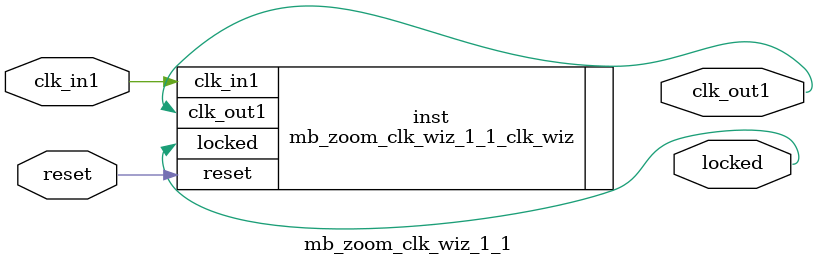
<source format=v>


`timescale 1ps/1ps

(* CORE_GENERATION_INFO = "mb_zoom_clk_wiz_1_1,clk_wiz_v6_0_11_0_0,{component_name=mb_zoom_clk_wiz_1_1,use_phase_alignment=true,use_min_o_jitter=false,use_max_i_jitter=false,use_dyn_phase_shift=false,use_inclk_switchover=false,use_dyn_reconfig=false,enable_axi=0,feedback_source=FDBK_AUTO,PRIMITIVE=PLL,num_out_clk=1,clkin1_period=10.000,clkin2_period=10.000,use_power_down=false,use_reset=true,use_locked=true,use_inclk_stopped=false,feedback_type=SINGLE,CLOCK_MGR_TYPE=NA,manual_override=false}" *)

module mb_zoom_clk_wiz_1_1 
 (
  // Clock out ports
  output        clk_out1,
  // Status and control signals
  input         reset,
  output        locked,
 // Clock in ports
  input         clk_in1
 );

  mb_zoom_clk_wiz_1_1_clk_wiz inst
  (
  // Clock out ports  
  .clk_out1(clk_out1),
  // Status and control signals               
  .reset(reset), 
  .locked(locked),
 // Clock in ports
  .clk_in1(clk_in1)
  );

endmodule

</source>
